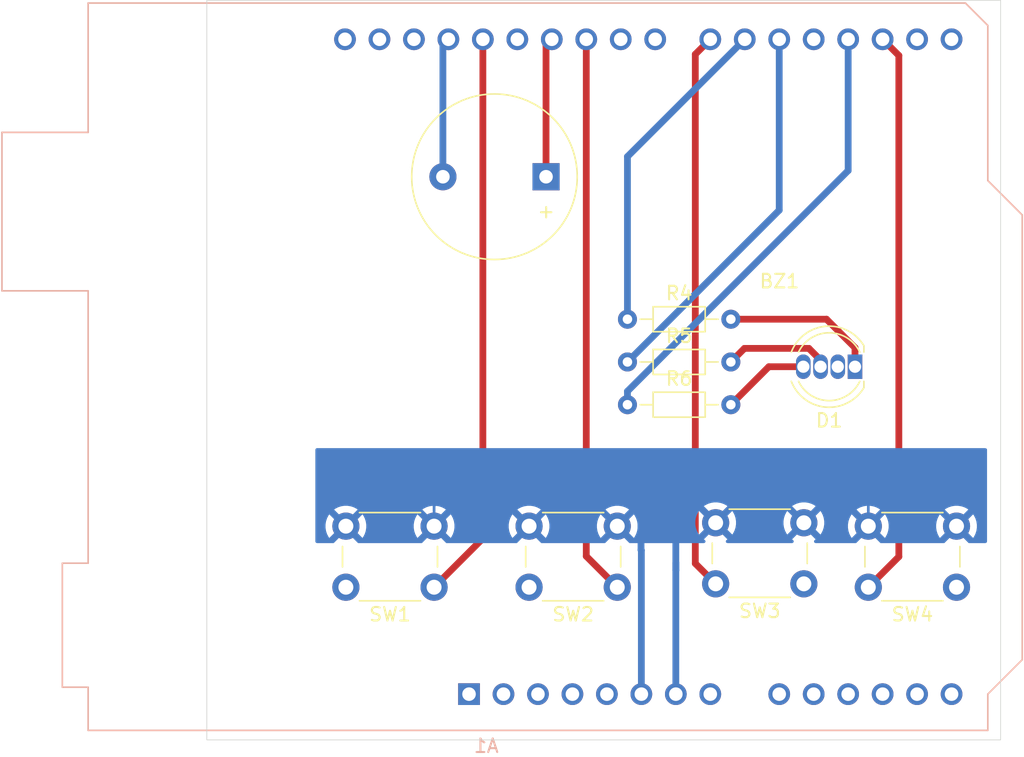
<source format=kicad_pcb>
(kicad_pcb (version 20241229) (generator "pcbnew") (generator_version "9.0")
  (layers (0 "F.Cu" signal) (2 "B.Cu" signal) (13 "F.Paste" user) (15 "B.Paste" user) (5 "F.SilkS" user "F.Silkscreen") (7 "B.SilkS" user "B.Silkscreen") (1 "F.Mask" user) (3 "B.Mask" user) (25 "Edge.Cuts" user))
  (net 0 "")
  (net 2 "/D3")
  (net 3 "Net-(A1-A1)")
  (net 4 "/VDD")
  (net 11 "/D10")
  (net 12 "/D5")
  (net 13 "/D6")
  (net 15 "/D11")
  (net 19 "/D13")
  (net 25 "/GND")
  (net 28 "/D7")
  (net 30 "Net-(D1-GA)")
  (net 31 "Net-(D1-BA)")
  (net 32 "Net-(D1-RA)")
  (net 33 "/D2")
  (footprint "Button_Switch_THT:SW_PUSH_6mm_H4.3mm" (layer "F.Cu") (at 157.5 79 180)
    (property "Reference" "SW3" (at 3.25 -2 0) (layer "F.SilkS"))
    (property "Value" "SW_Push_Dual")
    (fp_line (start 6.75 3) (end 6.75 1.5) (stroke (width 0.12)) (layer "F.SilkS"))
    (fp_line (start 5.5 -1) (end 1 -1) (stroke (width 0.12)) (layer "F.SilkS"))
    (fp_line (start 1 5.5) (end 5.5 5.5) (stroke (width 0.12)) (layer "F.SilkS"))
    (fp_line (start -0.25 1.5) (end -0.25 3) (stroke (width 0.12)) (layer "F.SilkS"))
    (pad "1" thru_hole circle (at 0 0 270) (size 2 2) (drill 1.1) (layers "*.Cu" "*.Mask") (net 28 "/D7"))
    (pad "1" thru_hole circle (at 6.5 0 270) (size 2 2) (drill 1.1) (layers "*.Cu" "*.Mask") (net 28 "/D7"))
    (pad "2" thru_hole circle (at 0 4.5 270) (size 2 2) (drill 1.1) (layers "*.Cu" "*.Mask") (net 25 "/GND"))
    (pad "2" thru_hole circle (at 6.5 4.5 270) (size 2 2) (drill 1.1) (layers "*.Cu" "*.Mask") (net 25 "/GND"))
  )
  (footprint "Button_Switch_THT:SW_PUSH_6mm_H4.3mm" (layer "F.Cu") (at 143.75 79.25 180)
    (property "Reference" "SW2" (at 3.25 -2 0) (layer "F.SilkS"))
    (property "Value" "SW_Push_Dual")
    (fp_line (start 6.75 3) (end 6.75 1.5) (stroke (width 0.12)) (layer "F.SilkS"))
    (fp_line (start 5.5 -1) (end 1 -1) (stroke (width 0.12)) (layer "F.SilkS"))
    (fp_line (start 1 5.5) (end 5.5 5.5) (stroke (width 0.12)) (layer "F.SilkS"))
    (fp_line (start -0.25 1.5) (end -0.25 3) (stroke (width 0.12)) (layer "F.SilkS"))
    (pad "1" thru_hole circle (at 0 0 270) (size 2 2) (drill 1.1) (layers "*.Cu" "*.Mask") (net 11 "/D10"))
    (pad "1" thru_hole circle (at 6.5 0 270) (size 2 2) (drill 1.1) (layers "*.Cu" "*.Mask") (net 11 "/D10"))
    (pad "2" thru_hole circle (at 0 4.5 270) (size 2 2) (drill 1.1) (layers "*.Cu" "*.Mask") (net 25 "/GND"))
    (pad "2" thru_hole circle (at 6.5 4.5 270) (size 2 2) (drill 1.1) (layers "*.Cu" "*.Mask") (net 25 "/GND"))
  )
  (footprint "Button_Switch_THT:SW_PUSH_6mm_H4.3mm" (layer "F.Cu") (at 168.75 79.25 180)
    (property "Reference" "SW4" (at 3.25 -2 0) (layer "F.SilkS"))
    (property "Value" "SW_Push_Dual")
    (fp_line (start 6.75 3) (end 6.75 1.5) (stroke (width 0.12)) (layer "F.SilkS"))
    (fp_line (start 5.5 -1) (end 1 -1) (stroke (width 0.12)) (layer "F.SilkS"))
    (fp_line (start 1 5.5) (end 5.5 5.5) (stroke (width 0.12)) (layer "F.SilkS"))
    (fp_line (start -0.25 1.5) (end -0.25 3) (stroke (width 0.12)) (layer "F.SilkS"))
    (pad "1" thru_hole circle (at 0 0 270) (size 2 2) (drill 1.1) (layers "*.Cu" "*.Mask") (net 33 "/D2"))
    (pad "1" thru_hole circle (at 6.5 0 270) (size 2 2) (drill 1.1) (layers "*.Cu" "*.Mask") (net 33 "/D2"))
    (pad "2" thru_hole circle (at 0 4.5 270) (size 2 2) (drill 1.1) (layers "*.Cu" "*.Mask") (net 25 "/GND"))
    (pad "2" thru_hole circle (at 6.5 4.5 270) (size 2 2) (drill 1.1) (layers "*.Cu" "*.Mask") (net 25 "/GND"))
  )
  (footprint "Resistor_THT:R_Axial_DIN0204_L3.6mm_D1.6mm_P7.62mm_Horizontal" (layer "F.Cu") (at 144.5 59.5)
    (property "Reference" "R4" (at 3.81 -1.92 0) (layer "F.SilkS"))
    (property "Value" "R_Small_US")
    (fp_line (start 0.94 0) (end 1.89 0) (stroke (width 0.12)) (layer "F.SilkS"))
    (fp_line (start 6.68 0) (end 5.73 0) (stroke (width 0.12)) (layer "F.SilkS"))
    (fp_rect (start 1.89 -0.92) (end 5.73 0.92) (stroke (width 0.12)) (fill no) (layer "F.SilkS"))
    (pad "1" thru_hole circle (at 0 0) (size 1.4 1.4) (drill 0.7) (layers "*.Cu" "*.Mask") (net 13 "/D6"))
    (pad "2" thru_hole circle (at 7.62 0) (size 1.4 1.4) (drill 0.7) (layers "*.Cu" "*.Mask") (net 32 "Net-(D1-RA)"))
  )
  (footprint "Resistor_THT:R_Axial_DIN0204_L3.6mm_D1.6mm_P7.62mm_Horizontal" (layer "F.Cu") (at 144.5 65.8)
    (property "Reference" "R6" (at 3.81 -1.92 0) (layer "F.SilkS"))
    (property "Value" "R_Small_US")
    (fp_line (start 0.94 0) (end 1.89 0) (stroke (width 0.12)) (layer "F.SilkS"))
    (fp_line (start 6.68 0) (end 5.73 0) (stroke (width 0.12)) (layer "F.SilkS"))
    (fp_rect (start 1.89 -0.92) (end 5.73 0.92) (stroke (width 0.12)) (fill no) (layer "F.SilkS"))
    (pad "1" thru_hole circle (at 0 0) (size 1.4 1.4) (drill 0.7) (layers "*.Cu" "*.Mask") (net 2 "/D3"))
    (pad "2" thru_hole circle (at 7.62 0) (size 1.4 1.4) (drill 0.7) (layers "*.Cu" "*.Mask") (net 31 "Net-(D1-BA)"))
  )
  (footprint "Resistor_THT:R_Axial_DIN0204_L3.6mm_D1.6mm_P7.62mm_Horizontal" (layer "F.Cu") (at 144.5 62.65)
    (property "Reference" "R5" (at 3.81 -1.92 0) (layer "F.SilkS"))
    (property "Value" "R_Small_US")
    (fp_line (start 0.94 0) (end 1.89 0) (stroke (width 0.12)) (layer "F.SilkS"))
    (fp_line (start 6.68 0) (end 5.73 0) (stroke (width 0.12)) (layer "F.SilkS"))
    (fp_rect (start 1.89 -0.92) (end 5.73 0.92) (stroke (width 0.12)) (fill no) (layer "F.SilkS"))
    (pad "1" thru_hole circle (at 0 0) (size 1.4 1.4) (drill 0.7) (layers "*.Cu" "*.Mask") (net 12 "/D5"))
    (pad "2" thru_hole circle (at 7.62 0) (size 1.4 1.4) (drill 0.7) (layers "*.Cu" "*.Mask") (net 30 "Net-(D1-GA)"))
  )
  (footprint "Buzzer_Beeper:Buzzer_12x9.5RM7.6" (layer "F.Cu") (at 138.5 49 180)
    (property "Reference" "BZ1" (at -17.2 -7.7 0) (layer "F.SilkS"))
    (property "Value" "Buzzer")
    (fp_circle (center 3.8 0) (end 9.9 0) (stroke (width 0.12)) (fill no) (layer "F.SilkS"))
    (fp_text user "+" (at -0.01 -2.54 0) (layer "F.SilkS"))
    (pad "1" thru_hole rect (at 0 0 180) (size 2 2) (drill 1) (layers "*.Cu" "*.Mask") (net 15 "/D11"))
    (pad "2" thru_hole circle (at 7.6 0 180) (size 2 2) (drill 1) (layers "*.Cu" "*.Mask") (net 25 "/GND"))
  )
  (footprint "Button_Switch_THT:SW_PUSH_6mm_H4.3mm" (layer "F.Cu") (at 130.25 79.25 180)
    (property "Reference" "SW1" (at 3.25 -2 0) (layer "F.SilkS"))
    (property "Value" "SW_Push_Dual")
    (fp_line (start 6.75 3) (end 6.75 1.5) (stroke (width 0.12)) (layer "F.SilkS"))
    (fp_line (start 5.5 -1) (end 1 -1) (stroke (width 0.12)) (layer "F.SilkS"))
    (fp_line (start 1 5.5) (end 5.5 5.5) (stroke (width 0.12)) (layer "F.SilkS"))
    (fp_line (start -0.25 1.5) (end -0.25 3) (stroke (width 0.12)) (layer "F.SilkS"))
    (pad "1" thru_hole circle (at 0 0 270) (size 2 2) (drill 1.1) (layers "*.Cu" "*.Mask") (net 19 "/D13"))
    (pad "1" thru_hole circle (at 6.5 0 270) (size 2 2) (drill 1.1) (layers "*.Cu" "*.Mask") (net 19 "/D13"))
    (pad "2" thru_hole circle (at 0 4.5 270) (size 2 2) (drill 1.1) (layers "*.Cu" "*.Mask") (net 25 "/GND"))
    (pad "2" thru_hole circle (at 6.5 4.5 270) (size 2 2) (drill 1.1) (layers "*.Cu" "*.Mask") (net 25 "/GND"))
  )
  (footprint "LED_THT:LED_D5.0mm-4_RGB" (layer "F.Cu") (at 161.27 63 180)
    (property "Reference" "D1" (at 1.905 -3.96 0) (layer "F.SilkS"))
    (property "Value" "LED_RKGB")
    (fp_line (start -0.655 1.08) (end -0.655 1.545) (stroke (width 0.12)) (layer "F.SilkS"))
    (fp_line (start -0.655 -1.545) (end -0.655 -1.08) (stroke (width 0.12)) (layer "F.SilkS"))
    (fp_arc (start 4.693136 1.08) (mid 2.163898 2.97877) (end -0.655 1.54483) (stroke (width 0.12)) (layer "F.SilkS"))
    (fp_arc (start 4.159684 1.08) (mid 1.905 2.5) (end -0.349684 1.08) (stroke (width 0.12)) (layer "F.SilkS"))
    (fp_arc (start -0.349684 -1.08) (mid 1.905 -2.5) (end 4.159684 -1.08) (stroke (width 0.12)) (layer "F.SilkS"))
    (fp_arc (start -0.655 -1.54483) (mid 2.163898 -2.97877) (end 4.693136 -1.08) (stroke (width 0.12)) (layer "F.SilkS"))
    (pad "1" thru_hole rect (at 0 0 180) (size 1.07 1.8) (drill 0.9) (layers "*.Cu" "*.Mask") (net 32 "Net-(D1-RA)"))
    (pad "2" thru_hole oval (at 1.27 0 180) (size 1.07 1.8) (drill 0.9) (layers "*.Cu" "*.Mask") (net 25 "/GND"))
    (pad "3" thru_hole oval (at 2.54 0 180) (size 1.07 1.8) (drill 0.9) (layers "*.Cu" "*.Mask") (net 30 "Net-(D1-GA)"))
    (pad "4" thru_hole oval (at 3.81 0 180) (size 1.07 1.8) (drill 0.9) (layers "*.Cu" "*.Mask") (net 31 "Net-(D1-BA)"))
  )
  (footprint "Module:Arduino_UNO_R3" (layer "B.Cu") (at 132.825 87.13)
    (property "Reference" "A1" (at 1.27 3.81 0) (layer "B.SilkS") (effects (justify mirror)))
    (property "Value" "Arduino_UNO_R3")
    (fp_line (start -34.42 -41.4) (end -28.07 -41.4) (stroke (width 0.12)) (layer "B.SilkS"))
    (fp_line (start -34.42 -29.72) (end -34.42 -41.4) (stroke (width 0.12)) (layer "B.SilkS"))
    (fp_line (start -29.97 -9.65) (end -28.07 -9.65) (stroke (width 0.12)) (layer "B.SilkS"))
    (fp_line (start -29.97 -0.51) (end -29.97 -9.65) (stroke (width 0.12)) (layer "B.SilkS"))
    (fp_line (start -28.07 -50.93) (end 36.58 -50.93) (stroke (width 0.12)) (layer "B.SilkS"))
    (fp_line (start -28.07 -41.4) (end -28.07 -50.93) (stroke (width 0.12)) (layer "B.SilkS"))
    (fp_line (start -28.07 -29.72) (end -34.42 -29.72) (stroke (width 0.12)) (layer "B.SilkS"))
    (fp_line (start -28.07 -9.65) (end -28.07 -29.72) (stroke (width 0.12)) (layer "B.SilkS"))
    (fp_line (start -28.07 -0.51) (end -29.97 -0.51) (stroke (width 0.12)) (layer "B.SilkS"))
    (fp_line (start -28.07 2.67) (end -28.07 -0.51) (stroke (width 0.12)) (layer "B.SilkS"))
    (fp_line (start 36.58 -50.93) (end 38.23 -49.28) (stroke (width 0.12)) (layer "B.SilkS"))
    (fp_line (start 38.23 -49.28) (end 38.23 -37.85) (stroke (width 0.12)) (layer "B.SilkS"))
    (fp_line (start 38.23 -37.85) (end 40.77 -35.31) (stroke (width 0.12)) (layer "B.SilkS"))
    (fp_line (start 38.23 0) (end 38.23 2.67) (stroke (width 0.12)) (layer "B.SilkS"))
    (fp_line (start 38.23 2.67) (end -28.07 2.67) (stroke (width 0.12)) (layer "B.SilkS"))
    (fp_line (start 40.77 -35.31) (end 40.77 -2.54) (stroke (width 0.12)) (layer "B.SilkS"))
    (fp_line (start 40.77 -2.54) (end 38.23 0) (stroke (width 0.12)) (layer "B.SilkS"))
    (pad "1" thru_hole rect (at 0 0 270) (size 1.6 1.6) (drill 1) (layers "*.Cu" "*.Mask"))
    (pad "2" thru_hole oval (at 2.54 0 270) (size 1.6 1.6) (drill 1) (layers "*.Cu" "*.Mask"))
    (pad "3" thru_hole oval (at 5.08 0 270) (size 1.6 1.6) (drill 1) (layers "*.Cu" "*.Mask"))
    (pad "4" thru_hole oval (at 7.62 0 270) (size 1.6 1.6) (drill 1) (layers "*.Cu" "*.Mask"))
    (pad "5" thru_hole oval (at 10.16 0 270) (size 1.6 1.6) (drill 1) (layers "*.Cu" "*.Mask") (net 4 "/VDD"))
    (pad "6" thru_hole oval (at 12.7 0 270) (size 1.6 1.6) (drill 1) (layers "*.Cu" "*.Mask") (net 25 "/GND"))
    (pad "7" thru_hole oval (at 15.24 0 270) (size 1.6 1.6) (drill 1) (layers "*.Cu" "*.Mask") (net 25 "/GND"))
    (pad "8" thru_hole oval (at 17.78 0 270) (size 1.6 1.6) (drill 1) (layers "*.Cu" "*.Mask"))
    (pad "9" thru_hole oval (at 22.86 0 270) (size 1.6 1.6) (drill 1) (layers "*.Cu" "*.Mask"))
    (pad "10" thru_hole oval (at 25.4 0 270) (size 1.6 1.6) (drill 1) (layers "*.Cu" "*.Mask") (net 3 "Net-(A1-A1)"))
    (pad "11" thru_hole oval (at 27.94 0 270) (size 1.6 1.6) (drill 1) (layers "*.Cu" "*.Mask"))
    (pad "12" thru_hole oval (at 30.48 0 270) (size 1.6 1.6) (drill 1) (layers "*.Cu" "*.Mask"))
    (pad "13" thru_hole oval (at 33.02 0 270) (size 1.6 1.6) (drill 1) (layers "*.Cu" "*.Mask"))
    (pad "14" thru_hole oval (at 35.56 0 270) (size 1.6 1.6) (drill 1) (layers "*.Cu" "*.Mask"))
    (pad "15" thru_hole oval (at 35.56 -48.26 270) (size 1.6 1.6) (drill 1) (layers "*.Cu" "*.Mask"))
    (pad "16" thru_hole oval (at 33.02 -48.26 270) (size 1.6 1.6) (drill 1) (layers "*.Cu" "*.Mask"))
    (pad "17" thru_hole oval (at 30.48 -48.26 270) (size 1.6 1.6) (drill 1) (layers "*.Cu" "*.Mask") (net 33 "/D2"))
    (pad "18" thru_hole oval (at 27.94 -48.26 270) (size 1.6 1.6) (drill 1) (layers "*.Cu" "*.Mask") (net 2 "/D3"))
    (pad "19" thru_hole oval (at 25.4 -48.26 270) (size 1.6 1.6) (drill 1) (layers "*.Cu" "*.Mask"))
    (pad "20" thru_hole oval (at 22.86 -48.26 270) (size 1.6 1.6) (drill 1) (layers "*.Cu" "*.Mask") (net 12 "/D5"))
    (pad "21" thru_hole oval (at 20.32 -48.26 270) (size 1.6 1.6) (drill 1) (layers "*.Cu" "*.Mask") (net 13 "/D6"))
    (pad "22" thru_hole oval (at 17.78 -48.26 270) (size 1.6 1.6) (drill 1) (layers "*.Cu" "*.Mask") (net 3 "Net-(A1-A1)"))
    (pad "23" thru_hole oval (at 13.72 -48.26 270) (size 1.6 1.6) (drill 1) (layers "*.Cu" "*.Mask"))
    (pad "24" thru_hole oval (at 11.18 -48.26 270) (size 1.6 1.6) (drill 1) (layers "*.Cu" "*.Mask"))
    (pad "25" thru_hole oval (at 8.64 -48.26 270) (size 1.6 1.6) (drill 1) (layers "*.Cu" "*.Mask") (net 11 "/D10"))
    (pad "26" thru_hole oval (at 6.1 -48.26 270) (size 1.6 1.6) (drill 1) (layers "*.Cu" "*.Mask") (net 15 "/D11"))
    (pad "27" thru_hole oval (at 3.56 -48.26 270) (size 1.6 1.6) (drill 1) (layers "*.Cu" "*.Mask"))
    (pad "28" thru_hole oval (at 1.02 -48.26 270) (size 1.6 1.6) (drill 1) (layers "*.Cu" "*.Mask") (net 19 "/D13"))
    (pad "29" thru_hole oval (at -1.52 -48.26 270) (size 1.6 1.6) (drill 1) (layers "*.Cu" "*.Mask") (net 25 "/GND"))
    (pad "30" thru_hole oval (at -4.06 -48.26 270) (size 1.6 1.6) (drill 1) (layers "*.Cu" "*.Mask"))
    (pad "31" thru_hole oval (at -6.6 -48.26 270) (size 1.6 1.6) (drill 1) (layers "*.Cu" "*.Mask"))
    (pad "32" thru_hole oval (at -9.14 -48.26 270) (size 1.6 1.6) (drill 1) (layers "*.Cu" "*.Mask"))
  )
  (gr_rect (start 113.5 36) (end 172 90.5) (stroke (width 0.05)) (fill no) (layer "Edge.Cuts"))
  (segment (start 144.5 64.810051) (end 160.765 48.545051) (width 0.5) (layer "B.Cu") (net 2))
  (segment (start 160.765 48.545051) (end 160.765 38.87) (width 0.5) (layer "B.Cu") (net 2))
  (segment (start 144.5 65.8) (end 144.5 64.810051) (width 0.5) (layer "B.Cu") (net 2))
  (segment (start 141.465 76.965) (end 141.465 38.87) (width 0.5) (layer "F.Cu") (net 11))
  (segment (start 143.75 79.25) (end 141.465 76.965) (width 0.5) (layer "F.Cu") (net 11))
  (segment (start 144.5 62.65) (end 155.685 51.465) (width 0.5) (layer "B.Cu") (net 12))
  (segment (start 155.685 51.465) (end 155.685 38.87) (width 0.5) (layer "B.Cu") (net 12))
  (segment (start 144.5 59.5) (end 144.5 47.515) (width 0.5) (layer "B.Cu") (net 13))
  (segment (start 144.5 47.515) (end 153.145 38.87) (width 0.5) (layer "B.Cu") (net 13))
  (segment (start 138.5 39.295) (end 138.925 38.87) (width 0.5) (layer "F.Cu") (net 15))
  (segment (start 138.5 49) (end 138.5 39.295) (width 0.5) (layer "F.Cu") (net 15))
  (segment (start 130.25 79.25) (end 133.845 75.655) (width 0.5) (layer "F.Cu") (net 19))
  (segment (start 133.845 75.655) (end 133.845 38.87) (width 0.5) (layer "F.Cu") (net 19))
  (segment (start 130.25 74.75) (end 130.25 73.25) (width 0.2) (layer "B.Cu") (net 25))
  (segment (start 137.25 74.75) (end 135.5 73) (width 0.2) (layer "B.Cu") (net 25))
  (segment (start 162.25 74.75) (end 162.25 72.75) (width 0.2) (layer "B.Cu") (net 25))
  (segment (start 148.065 78) (end 148.065 74.065) (width 0.5) (layer "B.Cu") (net 25))
  (segment (start 162.25 72.75) (end 162.5 72.5) (width 0.2) (layer "B.Cu") (net 25))
  (segment (start 145.525 87.13) (end 145.525 76.525) (width 0.5) (layer "B.Cu") (net 25))
  (segment (start 152 73.5) (end 152 72.5) (width 0.2) (layer "B.Cu") (net 25))
  (segment (start 130.9 39.275) (end 131.305 38.87) (width 0.5) (layer "B.Cu") (net 25))
  (segment (start 151 74.5) (end 152 73.5) (width 0.2) (layer "B.Cu") (net 25))
  (segment (start 148.065 87.13) (end 148.065 78) (width 0.5) (layer "B.Cu") (net 25))
  (segment (start 145.525 76.525) (end 145.5 76.5) (width 0.5) (layer "B.Cu") (net 25))
  (segment (start 130.9 49) (end 130.9 39.275) (width 0.5) (layer "B.Cu") (net 25))
  (segment (start 130.25 73.25) (end 131.305 72.195) (width 0.2) (layer "B.Cu") (net 25))
  (segment (start 148.065 78) (end 148.065 77.435) (width 0.5) (layer "B.Cu") (net 25))
  (segment (start 145.5 76.5) (end 145.5 73.5) (width 0.5) (layer "B.Cu") (net 25))
  (segment (start 148.065 74.065) (end 148 74) (width 0.5) (layer "B.Cu") (net 25))
  (segment (start 149.5 39.975) (end 150.605 38.87) (width 0.5) (layer "F.Cu") (net 28))
  (segment (start 151 79) (end 149.5 77.5) (width 0.5) (layer "F.Cu") (net 28))
  (segment (start 149.5 77.5) (end 149.5 39.975) (width 0.5) (layer "F.Cu") (net 28))
  (segment (start 158.73 63) (end 158.73 62.510585) (width 0.5) (layer "F.Cu") (net 30))
  (segment (start 153.121 61.649) (end 152.12 62.65) (width 0.5) (layer "F.Cu") (net 30))
  (segment (start 157.868415 61.649) (end 153.121 61.649) (width 0.5) (layer "F.Cu") (net 30))
  (segment (start 158.73 62.510585) (end 157.868415 61.649) (width 0.5) (layer "F.Cu") (net 30))
  (segment (start 157.46 63) (end 154.92 63) (width 0.5) (layer "F.Cu") (net 31))
  (segment (start 154.92 63) (end 152.12 65.8) (width 0.5) (layer "F.Cu") (net 31))
  (segment (start 161.27 61.6) (end 159.17 59.5) (width 0.5) (layer "F.Cu") (net 32))
  (segment (start 159.17 59.5) (end 152.12 59.5) (width 0.5) (layer "F.Cu") (net 32))
  (segment (start 161.27 63) (end 161.27 61.6) (width 0.5) (layer "F.Cu") (net 32))
  (segment (start 164.5 77) (end 164.5 40.065) (width 0.5) (layer "F.Cu") (net 33))
  (segment (start 162.25 79.25) (end 164.5 77) (width 0.5) (layer "F.Cu") (net 33))
  (segment (start 164.5 40.065) (end 163.305 38.87) (width 0.5) (layer "F.Cu") (net 33))
  (zone (net 25) (net_name "/GND") (layer "B.Cu") (priority 1) (connect_pads (clearance 0)) (min_thickness 0.25) (fill yes (thermal_gap 0.5) (thermal_bridge_width 0.5))
    (polygon (pts (xy 121.5 76) (xy 121.5 69) (xy 171 69) (xy 171 76)))
  )
)
</source>
